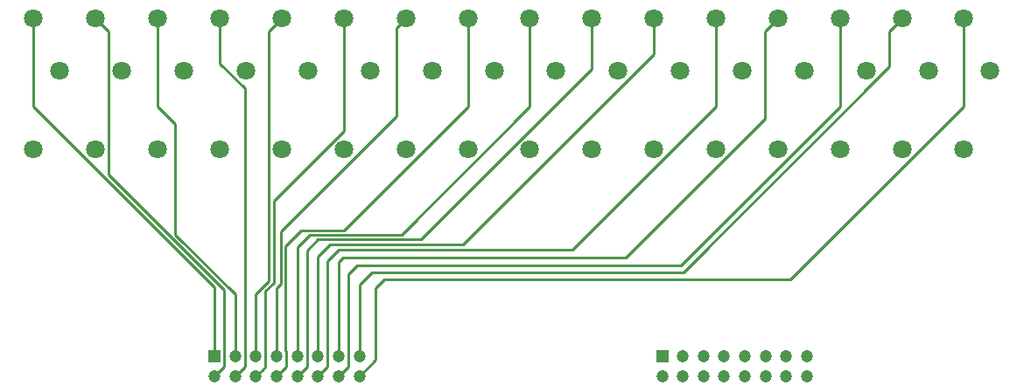
<source format=gbr>
G04 #@! TF.GenerationSoftware,KiCad,Pcbnew,(5.0.0)*
G04 #@! TF.CreationDate,2019-02-27T09:55:35+01:00*
G04 #@! TF.ProjectId,Potentiometer_mount_16LED,506F74656E74696F6D657465725F6D6F,rev?*
G04 #@! TF.SameCoordinates,Original*
G04 #@! TF.FileFunction,Copper,L1,Top,Signal*
G04 #@! TF.FilePolarity,Positive*
%FSLAX46Y46*%
G04 Gerber Fmt 4.6, Leading zero omitted, Abs format (unit mm)*
G04 Created by KiCad (PCBNEW (5.0.0)) date 02/27/19 09:55:35*
%MOMM*%
%LPD*%
G01*
G04 APERTURE LIST*
G04 #@! TA.AperFunction,ComponentPad*
%ADD10C,1.800000*%
G04 #@! TD*
G04 #@! TA.AperFunction,ComponentPad*
%ADD11R,1.200000X1.200000*%
G04 #@! TD*
G04 #@! TA.AperFunction,ComponentPad*
%ADD12C,1.200000*%
G04 #@! TD*
G04 #@! TA.AperFunction,Conductor*
%ADD13C,0.250000*%
G04 #@! TD*
G04 APERTURE END LIST*
D10*
G04 #@! TO.P, LED 11,1*
G04 #@! TO.N,Net-(RV11-Pad1)*
X80000000Y-60000000D03*
G04 #@! TO.P, LED 11,2*
G04 #@! TO.N,Net-(J2-Pad11)*
X82540000Y-52380000D03*
G04 #@! TO.P, LED 11,3*
G04 #@! TO.N,Net-(J1-Pad11)*
X80000000Y-47300000D03*
G04 #@! TD*
G04 #@! TO.P,LED 1,3*
G04 #@! TO.N,Net-(J1-Pad1)*
X20000000Y-47300000D03*
G04 #@! TO.P,LED 1,2*
G04 #@! TO.N,Net-(J2-Pad1)*
X22540000Y-52380000D03*
G04 #@! TO.P,LED 1,1*
G04 #@! TO.N,Net-(RV1-Pad1)*
X20000000Y-60000000D03*
G04 #@! TD*
G04 #@! TO.P,LED 2,1*
G04 #@! TO.N,Net-(RV2-Pad1)*
X26000000Y-60000000D03*
G04 #@! TO.P,LED 2,2*
G04 #@! TO.N,Net-(J2-Pad2)*
X28540000Y-52380000D03*
G04 #@! TO.P,LED 2,3*
G04 #@! TO.N,Net-(J1-Pad2)*
X26000000Y-47300000D03*
G04 #@! TD*
G04 #@! TO.P,LED 3,3*
G04 #@! TO.N,Net-(J1-Pad3)*
X32000000Y-47300000D03*
G04 #@! TO.P,LED 3,2*
G04 #@! TO.N,Net-(J2-Pad3)*
X34540000Y-52380000D03*
G04 #@! TO.P,LED 3,1*
G04 #@! TO.N,Net-(RV3-Pad1)*
X32000000Y-60000000D03*
G04 #@! TD*
G04 #@! TO.P,LED 4,1*
G04 #@! TO.N,Net-(RV4-Pad1)*
X38000000Y-60000000D03*
G04 #@! TO.P,LED 4,2*
G04 #@! TO.N,Net-(J2-Pad4)*
X40540000Y-52380000D03*
G04 #@! TO.P,LED 4,3*
G04 #@! TO.N,Net-(J1-Pad4)*
X38000000Y-47300000D03*
G04 #@! TD*
G04 #@! TO.P,LED 5,1*
G04 #@! TO.N,Net-(RV5-Pad1)*
X44000000Y-60000000D03*
G04 #@! TO.P,LED 5,2*
G04 #@! TO.N,Net-(J2-Pad5)*
X46540000Y-52380000D03*
G04 #@! TO.P,LED 5,3*
G04 #@! TO.N,Net-(J1-Pad5)*
X44000000Y-47300000D03*
G04 #@! TD*
G04 #@! TO.P,LED 6,3*
G04 #@! TO.N,Net-(J1-Pad6)*
X50000000Y-47300000D03*
G04 #@! TO.P,LED 6,2*
G04 #@! TO.N,Net-(J2-Pad6)*
X52540000Y-52380000D03*
G04 #@! TO.P,LED 6,1*
G04 #@! TO.N,Net-(RV6-Pad1)*
X50000000Y-60000000D03*
G04 #@! TD*
G04 #@! TO.P,LED 7,1*
G04 #@! TO.N,Net-(RV7-Pad1)*
X56000000Y-60000000D03*
G04 #@! TO.P,LED 7,2*
G04 #@! TO.N,Net-(J2-Pad7)*
X58540000Y-52380000D03*
G04 #@! TO.P,LED 7,3*
G04 #@! TO.N,Net-(J1-Pad7)*
X56000000Y-47300000D03*
G04 #@! TD*
G04 #@! TO.P,LED 8,3*
G04 #@! TO.N,Net-(J1-Pad8)*
X62000000Y-47300000D03*
G04 #@! TO.P,LED 8,2*
G04 #@! TO.N,Net-(J2-Pad8)*
X64540000Y-52380000D03*
G04 #@! TO.P,LED 8,1*
G04 #@! TO.N,Net-(RV8-Pad1)*
X62000000Y-60000000D03*
G04 #@! TD*
G04 #@! TO.P,LED 9,1*
G04 #@! TO.N,Net-(RV9-Pad1)*
X68000000Y-60000000D03*
G04 #@! TO.P,LED 9,2*
G04 #@! TO.N,Net-(J2-Pad9)*
X70540000Y-52380000D03*
G04 #@! TO.P,LED 9,3*
G04 #@! TO.N,Net-(J1-Pad9)*
X68000000Y-47300000D03*
G04 #@! TD*
G04 #@! TO.P,LED 10,3*
G04 #@! TO.N,Net-(J1-Pad10)*
X74000000Y-47300000D03*
G04 #@! TO.P,LED 10,2*
G04 #@! TO.N,Net-(J2-Pad10)*
X76540000Y-52380000D03*
G04 #@! TO.P,LED 10,1*
G04 #@! TO.N,Net-(RV10-Pad1)*
X74000000Y-60000000D03*
G04 #@! TD*
G04 #@! TO.P,LED 12,1*
G04 #@! TO.N,Net-(RV12-Pad1)*
X86000000Y-60000000D03*
G04 #@! TO.P,LED 12,2*
G04 #@! TO.N,Net-(J2-Pad12)*
X88540000Y-52380000D03*
G04 #@! TO.P,LED 12,3*
G04 #@! TO.N,Net-(J1-Pad12)*
X86000000Y-47300000D03*
G04 #@! TD*
G04 #@! TO.P,LED 13,1*
G04 #@! TO.N,Net-(RV13-Pad1)*
X92000000Y-60000000D03*
G04 #@! TO.P,LED 13,2*
G04 #@! TO.N,Net-(J2-Pad13)*
X94540000Y-52380000D03*
G04 #@! TO.P,LED 13,3*
G04 #@! TO.N,Net-(J1-Pad13)*
X92000000Y-47300000D03*
G04 #@! TD*
G04 #@! TO.P,LED 14,3*
G04 #@! TO.N,Net-(J1-Pad14)*
X98000000Y-47300000D03*
G04 #@! TO.P,LED 14,2*
G04 #@! TO.N,Net-(J2-Pad14)*
X100540000Y-52380000D03*
G04 #@! TO.P,LED 14,1*
G04 #@! TO.N,Net-(RV14-Pad1)*
X98000000Y-60000000D03*
G04 #@! TD*
G04 #@! TO.P,LED 15,1*
G04 #@! TO.N,Net-(RV15-Pad1)*
X104000000Y-60000000D03*
G04 #@! TO.P,LED 15,2*
G04 #@! TO.N,Net-(J2-Pad15)*
X106540000Y-52380000D03*
G04 #@! TO.P,LED 15,3*
G04 #@! TO.N,Net-(J1-Pad15)*
X104000000Y-47300000D03*
G04 #@! TD*
G04 #@! TO.P,LED 16,3*
G04 #@! TO.N,Net-(J1-Pad16)*
X110000000Y-47300000D03*
G04 #@! TO.P,LED 16,2*
G04 #@! TO.N,Net-(J2-Pad16)*
X112540000Y-52380000D03*
G04 #@! TO.P,LED 16,1*
G04 #@! TO.N,Net-(RV16-Pad1)*
X110000000Y-60000000D03*
G04 #@! TD*
D11*
G04 #@! TO.P,From Stimulator,1*
G04 #@! TO.N,Net-(J1-Pad1)*
X37500000Y-80000000D03*
D12*
G04 #@! TO.P,From Stimulator,3*
G04 #@! TO.N,Net-(J1-Pad3)*
X39500000Y-80000000D03*
G04 #@! TO.P,From Stimulator,5*
G04 #@! TO.N,Net-(J1-Pad5)*
X41500000Y-80000000D03*
G04 #@! TO.P,From Stimulator,7*
G04 #@! TO.N,Net-(J1-Pad7)*
X43500000Y-80000000D03*
G04 #@! TO.P,From Stimulator,9*
G04 #@! TO.N,Net-(J1-Pad9)*
X45500000Y-80000000D03*
G04 #@! TO.P,From Stimulator,11*
G04 #@! TO.N,Net-(J1-Pad11)*
X47500000Y-80000000D03*
G04 #@! TO.P,From Stimulator,13*
G04 #@! TO.N,Net-(J1-Pad13)*
X49500000Y-80000000D03*
G04 #@! TO.P,From Stimulator,15*
G04 #@! TO.N,Net-(J1-Pad15)*
X51500000Y-80000000D03*
G04 #@! TO.P,From Stimulator,2*
G04 #@! TO.N,Net-(J1-Pad2)*
X37500000Y-82000000D03*
G04 #@! TO.P,From Stimulator,4*
G04 #@! TO.N,Net-(J1-Pad4)*
X39500000Y-82000000D03*
G04 #@! TO.P,From Stimulator,6*
G04 #@! TO.N,Net-(J1-Pad6)*
X41500000Y-82000000D03*
G04 #@! TO.P,From Stimulator,8*
G04 #@! TO.N,Net-(J1-Pad8)*
X43500000Y-82000000D03*
G04 #@! TO.P,From Stimulator,10*
G04 #@! TO.N,Net-(J1-Pad10)*
X45500000Y-82000000D03*
G04 #@! TO.P,From Stimulator,12*
G04 #@! TO.N,Net-(J1-Pad12)*
X47500000Y-82000000D03*
G04 #@! TO.P,From Stimulator,14*
G04 #@! TO.N,Net-(J1-Pad14)*
X49500000Y-82000000D03*
G04 #@! TO.P,From Stimulator,16*
G04 #@! TO.N,Net-(J1-Pad16)*
X51500000Y-82000000D03*
G04 #@! TD*
G04 #@! TO.P,To LED,16*
G04 #@! TO.N,Net-(J2-Pad16)*
X94800000Y-82000000D03*
G04 #@! TO.P,To LED,14*
G04 #@! TO.N,Net-(J2-Pad14)*
X92800000Y-82000000D03*
G04 #@! TO.P,To LED,12*
G04 #@! TO.N,Net-(J2-Pad12)*
X90800000Y-82000000D03*
G04 #@! TO.P,To LED,10*
G04 #@! TO.N,Net-(J2-Pad10)*
X88800000Y-82000000D03*
G04 #@! TO.P,To LED,8*
G04 #@! TO.N,Net-(J2-Pad8)*
X86800000Y-82000000D03*
G04 #@! TO.P,To LED,6*
G04 #@! TO.N,Net-(J2-Pad6)*
X84800000Y-82000000D03*
G04 #@! TO.P,To LED,4*
G04 #@! TO.N,Net-(J2-Pad4)*
X82800000Y-82000000D03*
G04 #@! TO.P,To LED,2*
G04 #@! TO.N,Net-(J2-Pad2)*
X80800000Y-82000000D03*
G04 #@! TO.P,To LED,15*
G04 #@! TO.N,Net-(J2-Pad15)*
X94800000Y-80000000D03*
G04 #@! TO.P,To LED,13*
G04 #@! TO.N,Net-(J2-Pad13)*
X92800000Y-80000000D03*
G04 #@! TO.P,To LED,11*
G04 #@! TO.N,Net-(J2-Pad11)*
X90800000Y-80000000D03*
G04 #@! TO.P,To LED,9*
G04 #@! TO.N,Net-(J2-Pad9)*
X88800000Y-80000000D03*
G04 #@! TO.P,To LED,7*
G04 #@! TO.N,Net-(J2-Pad7)*
X86800000Y-80000000D03*
G04 #@! TO.P,To LED,5*
G04 #@! TO.N,Net-(J2-Pad5)*
X84800000Y-80000000D03*
G04 #@! TO.P,To LED,3*
G04 #@! TO.N,Net-(J2-Pad3)*
X82800000Y-80000000D03*
D11*
G04 #@! TO.P,To LED,1*
G04 #@! TO.N,Net-(J2-Pad1)*
X80800000Y-80000000D03*
G04 #@! TD*
D13*
G04 #@! TO.N,Net-(J1-Pad1)*
X37500000Y-79150000D02*
X37500000Y-80000000D01*
X37500000Y-73313002D02*
X37500000Y-79150000D01*
X20000000Y-55813002D02*
X37500000Y-73313002D01*
X20000000Y-47300000D02*
X20000000Y-55813002D01*
G04 #@! TO.N,Net-(J1-Pad2)*
X38099999Y-81400001D02*
X37500000Y-82000000D01*
X38425001Y-81074999D02*
X38099999Y-81400001D01*
X38425001Y-73601593D02*
X38425001Y-81074999D01*
X27225001Y-62401593D02*
X38425001Y-73601593D01*
X27225001Y-48525001D02*
X27225001Y-62401593D01*
X26000000Y-47300000D02*
X27225001Y-48525001D01*
G04 #@! TO.N,Net-(J1-Pad3)*
X32000000Y-55813002D02*
X33700000Y-57513002D01*
X32000000Y-47300000D02*
X32000000Y-55813002D01*
X33700000Y-57513002D02*
X33700000Y-68240182D01*
X39500000Y-74040182D02*
X39500000Y-80000000D01*
X33700000Y-68240182D02*
X39500000Y-74040182D01*
G04 #@! TO.N,Net-(J1-Pad4)*
X40099999Y-81400001D02*
X39500000Y-82000000D01*
X40425001Y-81074999D02*
X40099999Y-81400001D01*
X40425001Y-54078003D02*
X40425001Y-81074999D01*
X38000000Y-51653002D02*
X40425001Y-54078003D01*
X38000000Y-47300000D02*
X38000000Y-51653002D01*
G04 #@! TO.N,Net-(J1-Pad16)*
X110000000Y-55813002D02*
X93213002Y-72600000D01*
X110000000Y-47300000D02*
X110000000Y-55813002D01*
X93213002Y-72600000D02*
X53900000Y-72600000D01*
X53900000Y-72600000D02*
X53100000Y-73400000D01*
X53100000Y-80400000D02*
X51500000Y-82000000D01*
X53100000Y-73400000D02*
X53100000Y-80400000D01*
G04 #@! TO.N,Net-(J1-Pad14)*
X98000000Y-55813002D02*
X82613002Y-71200000D01*
X98000000Y-47300000D02*
X98000000Y-55813002D01*
X82613002Y-71200000D02*
X51300000Y-71200000D01*
X50099999Y-81400001D02*
X49500000Y-82000000D01*
X50425001Y-81074999D02*
X50099999Y-81400001D01*
X50425001Y-72074999D02*
X50425001Y-81074999D01*
X51300000Y-71200000D02*
X50425001Y-72074999D01*
G04 #@! TO.N,Net-(J1-Pad12)*
X86000000Y-55813002D02*
X72113002Y-69700000D01*
X86000000Y-47300000D02*
X86000000Y-55813002D01*
X72113002Y-69700000D02*
X49500000Y-69700000D01*
X48099999Y-81400001D02*
X47500000Y-82000000D01*
X48425001Y-81074999D02*
X48099999Y-81400001D01*
X48425001Y-70774999D02*
X48425001Y-81074999D01*
X49500000Y-69700000D02*
X48425001Y-70774999D01*
G04 #@! TO.N,Net-(J1-Pad10)*
X74000000Y-52186998D02*
X74000000Y-47300000D01*
X57486978Y-68700020D02*
X74000000Y-52186998D01*
X47500000Y-68700020D02*
X57486978Y-68700020D01*
X46425001Y-69775019D02*
X47500000Y-68700020D01*
X46425001Y-81074999D02*
X46425001Y-69775019D01*
X45500000Y-82000000D02*
X46425001Y-81074999D01*
G04 #@! TO.N,Net-(J1-Pad8)*
X62000000Y-55813002D02*
X50013002Y-67800000D01*
X62000000Y-47300000D02*
X62000000Y-55813002D01*
X45900000Y-67800000D02*
X44363012Y-69336988D01*
X50013002Y-67800000D02*
X45900000Y-67800000D01*
X44099999Y-81400001D02*
X43500000Y-82000000D01*
X44425001Y-81074999D02*
X44099999Y-81400001D01*
X44425001Y-79555999D02*
X44425001Y-81074999D01*
X44363012Y-79494010D02*
X44425001Y-79555999D01*
X44363012Y-69336988D02*
X44363012Y-79494010D01*
G04 #@! TO.N,Net-(J1-Pad6)*
X50000000Y-58186998D02*
X43225009Y-64961989D01*
X50000000Y-47300000D02*
X50000000Y-58186998D01*
X42099999Y-81400001D02*
X41500000Y-82000000D01*
X42425001Y-81074999D02*
X42099999Y-81400001D01*
X42425001Y-73711409D02*
X42425001Y-81074999D01*
X43225008Y-72911402D02*
X42425001Y-73711409D01*
X43225009Y-64961989D02*
X43225008Y-72911402D01*
G04 #@! TO.N,Net-(J1-Pad15)*
X102774999Y-51958003D02*
X82833002Y-71900000D01*
X104000000Y-47300000D02*
X102774999Y-48525001D01*
X102774999Y-48525001D02*
X102774999Y-51958003D01*
X82833002Y-71900000D02*
X52700000Y-71900000D01*
X52700000Y-71900000D02*
X51500000Y-73100000D01*
X51500000Y-73100000D02*
X51500000Y-80000000D01*
G04 #@! TO.N,Net-(J1-Pad13)*
X90774999Y-57038003D02*
X77313002Y-70500000D01*
X92000000Y-47300000D02*
X90774999Y-48525001D01*
X90774999Y-48525001D02*
X90774999Y-57038003D01*
X77313002Y-70500000D02*
X49900000Y-70500000D01*
X49500000Y-70900000D02*
X49500000Y-80000000D01*
X49900000Y-70500000D02*
X49500000Y-70900000D01*
G04 #@! TO.N,Net-(J1-Pad11)*
X80000000Y-50733002D02*
X61533002Y-69200000D01*
X80000000Y-47300000D02*
X80000000Y-50733002D01*
X61533002Y-69200000D02*
X48700000Y-69200000D01*
X48700000Y-69200000D02*
X47500000Y-70400000D01*
X47500000Y-70400000D02*
X47500000Y-80000000D01*
G04 #@! TO.N,Net-(J1-Pad9)*
X68000000Y-55813002D02*
X68000000Y-47300000D01*
X55562992Y-68250010D02*
X68000000Y-55813002D01*
X46700000Y-68250010D02*
X55562992Y-68250010D01*
X45500000Y-80000000D02*
X45500000Y-69450010D01*
X45500000Y-69450010D02*
X46700000Y-68250010D01*
G04 #@! TO.N,Net-(J1-Pad7)*
X55100001Y-56713001D02*
X43913002Y-67900000D01*
X56000000Y-47300000D02*
X55100001Y-48199999D01*
X55100001Y-48199999D02*
X55100001Y-56713001D01*
X43913002Y-67900000D02*
X43913002Y-72986998D01*
X43500000Y-73400000D02*
X43500000Y-80000000D01*
X43913002Y-72986998D02*
X43500000Y-73400000D01*
G04 #@! TO.N,Net-(J1-Pad5)*
X42774999Y-48525001D02*
X42774999Y-72725001D01*
X44000000Y-47300000D02*
X42774999Y-48525001D01*
X41500000Y-79151472D02*
X41500000Y-80000000D01*
X41500000Y-74000000D02*
X41500000Y-79151472D01*
X42774999Y-72725001D02*
X41500000Y-74000000D01*
G04 #@! TD*
M02*

</source>
